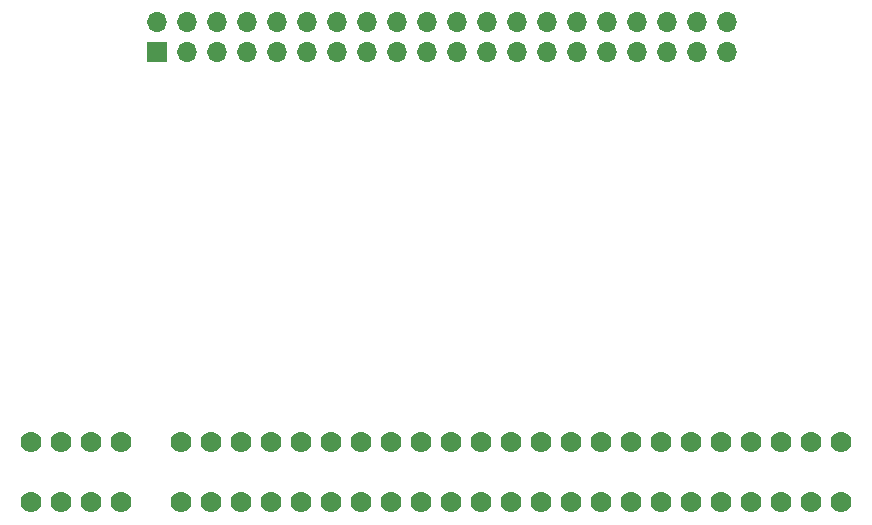
<source format=gbr>
%TF.GenerationSoftware,KiCad,Pcbnew,8.0.5*%
%TF.CreationDate,2024-10-04T15:37:23-04:00*%
%TF.ProjectId,ZX Spectrum Adapter,5a582053-7065-4637-9472-756d20416461,rev?*%
%TF.SameCoordinates,Original*%
%TF.FileFunction,Soldermask,Bot*%
%TF.FilePolarity,Negative*%
%FSLAX46Y46*%
G04 Gerber Fmt 4.6, Leading zero omitted, Abs format (unit mm)*
G04 Created by KiCad (PCBNEW 8.0.5) date 2024-10-04 15:37:23*
%MOMM*%
%LPD*%
G01*
G04 APERTURE LIST*
%ADD10R,1.700000X1.700000*%
%ADD11O,1.700000X1.700000*%
%ADD12C,1.778000*%
G04 APERTURE END LIST*
D10*
%TO.C,J1*%
X76708000Y-91440000D03*
D11*
X76708000Y-88900000D03*
X79248000Y-91440000D03*
X79248000Y-88900000D03*
X81788000Y-91440000D03*
X81788000Y-88900000D03*
X84328000Y-91440000D03*
X84328000Y-88900000D03*
X86868000Y-91440000D03*
X86868000Y-88900000D03*
X89408000Y-91440000D03*
X89408000Y-88900000D03*
X91948000Y-91440000D03*
X91948000Y-88900000D03*
X94488000Y-91440000D03*
X94488000Y-88900000D03*
X97028000Y-91440000D03*
X97028000Y-88900000D03*
X99568000Y-91440000D03*
X99568000Y-88900000D03*
X102108000Y-91440000D03*
X102108000Y-88900000D03*
X104648000Y-91440000D03*
X104648000Y-88900000D03*
X107188000Y-91440000D03*
X107188000Y-88900000D03*
X109728000Y-91440000D03*
X109728000Y-88900000D03*
X112268000Y-91440000D03*
X112268000Y-88900000D03*
X114808000Y-91440000D03*
X114808000Y-88900000D03*
X117348000Y-91440000D03*
X117348000Y-88900000D03*
X119888000Y-91440000D03*
X119888000Y-88900000D03*
X122428000Y-91440000D03*
X122428000Y-88900000D03*
X124968000Y-91440000D03*
X124968000Y-88900000D03*
%TD*%
D12*
%TO.C,J2*%
X66040000Y-124460000D03*
X68580000Y-124460000D03*
X71120000Y-124460000D03*
X73660000Y-124460000D03*
X78740000Y-124460000D03*
X81280000Y-124460000D03*
X83820000Y-124460000D03*
X86360000Y-124460000D03*
X88900000Y-124460000D03*
X91440000Y-124460000D03*
X93980000Y-124460000D03*
X96520000Y-124460000D03*
X99060000Y-124460000D03*
X101600000Y-124460000D03*
X104140000Y-124460000D03*
X106680000Y-124460000D03*
X109220000Y-124460000D03*
X111760000Y-124460000D03*
X114300000Y-124460000D03*
X116840000Y-124460000D03*
X119380000Y-124460000D03*
X121920000Y-124460000D03*
X124460000Y-124460000D03*
X127000000Y-124460000D03*
X129540000Y-124460000D03*
X132080000Y-124460000D03*
X134620000Y-124460000D03*
X66040000Y-129540000D03*
X68580000Y-129540000D03*
X71120000Y-129540000D03*
X73660000Y-129540000D03*
X78740000Y-129540000D03*
X81280000Y-129540000D03*
X83820000Y-129540000D03*
X86360000Y-129540000D03*
X88900000Y-129540000D03*
X91440000Y-129540000D03*
X93980000Y-129540000D03*
X96520000Y-129540000D03*
X99060000Y-129540000D03*
X101600000Y-129540000D03*
X104140000Y-129540000D03*
X106680000Y-129540000D03*
X109220000Y-129540000D03*
X111760000Y-129540000D03*
X114300000Y-129540000D03*
X116840000Y-129540000D03*
X119380000Y-129540000D03*
X121920000Y-129540000D03*
X124460000Y-129540000D03*
X127000000Y-129540000D03*
X129540000Y-129540000D03*
X132080000Y-129540000D03*
X134620000Y-129540000D03*
%TD*%
M02*

</source>
